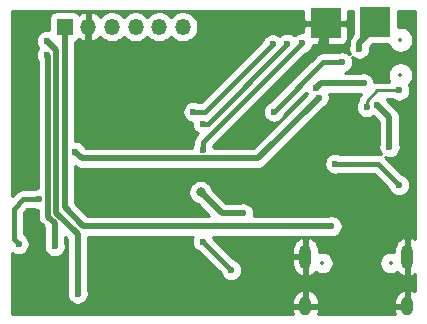
<source format=gbr>
%TF.GenerationSoftware,KiCad,Pcbnew,(5.1.8)-1*%
%TF.CreationDate,2021-10-10T15:44:20+08:00*%
%TF.ProjectId,wifiaudio,77696669-6175-4646-996f-2e6b69636164,rev?*%
%TF.SameCoordinates,Original*%
%TF.FileFunction,Copper,L2,Bot*%
%TF.FilePolarity,Positive*%
%FSLAX46Y46*%
G04 Gerber Fmt 4.6, Leading zero omitted, Abs format (unit mm)*
G04 Created by KiCad (PCBNEW (5.1.8)-1) date 2021-10-10 15:44:20*
%MOMM*%
%LPD*%
G01*
G04 APERTURE LIST*
%TA.AperFunction,ComponentPad*%
%ADD10O,1.350000X1.350000*%
%TD*%
%TA.AperFunction,ComponentPad*%
%ADD11R,1.350000X1.350000*%
%TD*%
%TA.AperFunction,SMDPad,CuDef*%
%ADD12R,2.500000X2.500000*%
%TD*%
%TA.AperFunction,ComponentPad*%
%ADD13O,1.000000X2.100000*%
%TD*%
%TA.AperFunction,ComponentPad*%
%ADD14O,1.000000X1.600000*%
%TD*%
%TA.AperFunction,ViaPad*%
%ADD15C,0.600000*%
%TD*%
%TA.AperFunction,ViaPad*%
%ADD16C,0.800000*%
%TD*%
%TA.AperFunction,Conductor*%
%ADD17C,0.500000*%
%TD*%
%TA.AperFunction,Conductor*%
%ADD18C,0.400000*%
%TD*%
%TA.AperFunction,Conductor*%
%ADD19C,0.250000*%
%TD*%
%TA.AperFunction,Conductor*%
%ADD20C,0.254000*%
%TD*%
%TA.AperFunction,Conductor*%
%ADD21C,0.350000*%
%TD*%
%ADD22C,0.300000*%
%ADD23C,0.350000*%
%ADD24O,0.600000X1.700000*%
%ADD25O,0.600000X1.200000*%
G04 APERTURE END LIST*
D10*
%TO.P,J5,6*%
%TO.N,/TXD*%
X115100000Y-85000000D03*
%TO.P,J5,5*%
%TO.N,/RXD*%
X113100000Y-85000000D03*
%TO.P,J5,4*%
%TO.N,/IO0*%
X111100000Y-85000000D03*
%TO.P,J5,3*%
%TO.N,/EN*%
X109100000Y-85000000D03*
%TO.P,J5,2*%
%TO.N,GND*%
X107100000Y-85000000D03*
D11*
%TO.P,J5,1*%
%TO.N,+5V*%
X105100000Y-85000000D03*
%TD*%
D12*
%TO.P,J3,1*%
%TO.N,GND*%
X127200000Y-84700000D03*
%TD*%
%TO.P,J2,1*%
%TO.N,BAT+*%
X131400000Y-84600000D03*
%TD*%
D13*
%TO.P,J1,S1*%
%TO.N,GND*%
X134120000Y-104470000D03*
X125480000Y-104470000D03*
D14*
X125480000Y-108650000D03*
X134120000Y-108650000D03*
%TD*%
D15*
%TO.N,GND*%
X133050013Y-102149997D03*
X131200000Y-99799992D03*
X103456114Y-107340328D03*
X103145004Y-101854996D03*
X114000000Y-105800000D03*
X107600000Y-107400000D03*
X126800000Y-86500000D03*
X120400000Y-86800000D03*
X107200000Y-88400000D03*
%TO.N,+3V3*%
X128600008Y-88000000D03*
X122800000Y-92200042D03*
X106200000Y-107600000D03*
X103600000Y-86200000D03*
%TO.N,+5V*%
X127687500Y-101887500D03*
%TO.N,BAT+*%
X132600000Y-95200000D03*
X131519812Y-91600000D03*
X130049976Y-86849976D03*
%TO.N,Net-(C1-Pad1)*%
X128000000Y-96600000D03*
X133400000Y-98400000D03*
%TO.N,Net-(D2-Pad1)*%
X130662026Y-91800000D03*
X133400002Y-90400000D03*
%TO.N,/DIN*%
X116000000Y-92200000D03*
X122699999Y-86499999D03*
%TO.N,/WS*%
X123949993Y-86450007D03*
X116800000Y-93200000D03*
%TO.N,/BCK*%
X125200000Y-86400000D03*
X116800000Y-95400000D03*
%TO.N,/EN*%
X104249990Y-103600000D03*
X103600000Y-87400000D03*
%TO.N,/IO0*%
X120200000Y-100800012D03*
D16*
X116600000Y-99000000D03*
D15*
%TO.N,/ADC*%
X106000000Y-95600000D03*
X126599994Y-91000000D03*
%TO.N,Net-(R9-Pad2)*%
X130399994Y-89799994D03*
X126405018Y-90200000D03*
%TO.N,Net-(R10-Pad2)*%
X102900018Y-99600000D03*
X101200000Y-103400000D03*
%TO.N,Net-(J6-Pad1)*%
X116800000Y-103200000D03*
X119200000Y-105600000D03*
%TD*%
D17*
%TO.N,GND*%
X133050013Y-102149997D02*
X131200000Y-100299984D01*
X131200000Y-100299984D02*
X131200000Y-99799992D01*
D18*
X102800000Y-102200000D02*
X103145004Y-101854996D01*
X102800000Y-106684214D02*
X102800000Y-102200000D01*
X103456114Y-107340328D02*
X102800000Y-106684214D01*
X126800000Y-85100000D02*
X127200000Y-84700000D01*
X126800000Y-86500000D02*
X126800000Y-85100000D01*
D17*
X107100000Y-88300000D02*
X107200000Y-88400000D01*
X107100000Y-85000000D02*
X107100000Y-88300000D01*
D18*
%TO.N,+3V3*%
X127000042Y-88000000D02*
X122800000Y-92200042D01*
X128600008Y-88000000D02*
X127000042Y-88000000D01*
D17*
X106200000Y-102589965D02*
X106200000Y-107600000D01*
X104399989Y-86999989D02*
X104399989Y-100789954D01*
X104399989Y-100789954D02*
X106200000Y-102589965D01*
X103600000Y-86200000D02*
X104399989Y-86999989D01*
%TO.N,+5V*%
X106687500Y-101887500D02*
X127687500Y-101887500D01*
X105100000Y-100300000D02*
X106687500Y-101887500D01*
X105100000Y-85000000D02*
X105100000Y-100300000D01*
%TO.N,BAT+*%
X132600000Y-95200000D02*
X132600000Y-92680188D01*
X132600000Y-92680188D02*
X131519812Y-91600000D01*
X131000000Y-85400000D02*
X130049976Y-86350024D01*
X130049976Y-86350024D02*
X130049976Y-86849976D01*
D18*
%TO.N,Net-(C1-Pad1)*%
X128000000Y-96600000D02*
X131600000Y-96600000D01*
X131600000Y-96600000D02*
X133400000Y-98400000D01*
D19*
%TO.N,Net-(D2-Pad1)*%
X130662026Y-91800000D02*
X130662026Y-91313710D01*
X130662026Y-91313710D02*
X131575736Y-90400000D01*
X131575736Y-90400000D02*
X133400002Y-90400000D01*
D18*
%TO.N,/DIN*%
X116000000Y-92200000D02*
X116999998Y-92200000D01*
X116999998Y-92200000D02*
X122699999Y-86499999D01*
%TO.N,/WS*%
X117200000Y-93200000D02*
X116800000Y-93200000D01*
X123949993Y-86450007D02*
X117200000Y-93200000D01*
%TO.N,/BCK*%
X125200000Y-86400000D02*
X116800000Y-94800000D01*
X116800000Y-94800000D02*
X116800000Y-95400000D01*
D17*
%TO.N,/EN*%
X104249990Y-103600000D02*
X104249990Y-101629919D01*
X104249990Y-101629919D02*
X103699978Y-101079908D01*
X103699978Y-101079908D02*
X103699978Y-87499978D01*
X103699978Y-87499978D02*
X103600000Y-87400000D01*
%TO.N,/IO0*%
X120200000Y-100800012D02*
X118400012Y-100800012D01*
X118400012Y-100800012D02*
X116600000Y-99000000D01*
%TO.N,/ADC*%
X106000000Y-95600000D02*
X106550001Y-96150001D01*
X106550001Y-96150001D02*
X121449993Y-96150001D01*
X121449993Y-96150001D02*
X126599994Y-91000000D01*
%TO.N,Net-(R9-Pad2)*%
X130399994Y-89799994D02*
X126805024Y-89799994D01*
X126805024Y-89799994D02*
X126405018Y-90200000D01*
D18*
%TO.N,Net-(R10-Pad2)*%
X100800000Y-103000000D02*
X101200000Y-103400000D01*
X100800000Y-100400000D02*
X100800000Y-103000000D01*
X101600000Y-99600000D02*
X100800000Y-100400000D01*
X102900018Y-99600000D02*
X101600000Y-99600000D01*
%TO.N,Net-(J6-Pad1)*%
X116800000Y-103200000D02*
X119200000Y-105600000D01*
%TD*%
D20*
%TO.N,GND*%
X134740000Y-102967411D02*
X134644976Y-102905724D01*
X134421874Y-102825881D01*
X134247000Y-102952046D01*
X134247000Y-104343000D01*
X134267000Y-104343000D01*
X134267000Y-104597000D01*
X134247000Y-104597000D01*
X134247000Y-105987954D01*
X134421874Y-106114119D01*
X134644976Y-106034276D01*
X134740000Y-105972589D01*
X134740000Y-107397411D01*
X134644976Y-107335724D01*
X134421874Y-107255881D01*
X134247000Y-107382046D01*
X134247000Y-108523000D01*
X134267000Y-108523000D01*
X134267000Y-108777000D01*
X134247000Y-108777000D01*
X134247000Y-108797000D01*
X133993000Y-108797000D01*
X133993000Y-108777000D01*
X132985000Y-108777000D01*
X132985000Y-109077000D01*
X133031585Y-109295987D01*
X133050503Y-109340000D01*
X126549497Y-109340000D01*
X126568415Y-109295987D01*
X126615000Y-109077000D01*
X126615000Y-108777000D01*
X125607000Y-108777000D01*
X125607000Y-108797000D01*
X125353000Y-108797000D01*
X125353000Y-108777000D01*
X124345000Y-108777000D01*
X124345000Y-109077000D01*
X124391585Y-109295987D01*
X124410503Y-109340000D01*
X100660000Y-109340000D01*
X100660000Y-104163699D01*
X100757111Y-104228586D01*
X100927271Y-104299068D01*
X101107911Y-104335000D01*
X101292089Y-104335000D01*
X101472729Y-104299068D01*
X101642889Y-104228586D01*
X101796028Y-104126262D01*
X101926262Y-103996028D01*
X102028586Y-103842889D01*
X102099068Y-103672729D01*
X102135000Y-103492089D01*
X102135000Y-103307911D01*
X102099068Y-103127271D01*
X102028586Y-102957111D01*
X101926262Y-102803972D01*
X101796028Y-102673738D01*
X101642889Y-102571414D01*
X101635000Y-102568146D01*
X101635000Y-100745868D01*
X101945868Y-100435000D01*
X102472614Y-100435000D01*
X102627289Y-100499068D01*
X102807929Y-100535000D01*
X102814978Y-100535000D01*
X102814978Y-101036439D01*
X102810697Y-101079908D01*
X102814978Y-101123374D01*
X102814978Y-101123384D01*
X102827783Y-101253397D01*
X102878389Y-101420220D01*
X102960567Y-101573966D01*
X103071161Y-101708725D01*
X103104935Y-101736443D01*
X103364991Y-101996498D01*
X103364990Y-103293307D01*
X103350922Y-103327271D01*
X103314990Y-103507911D01*
X103314990Y-103692089D01*
X103350922Y-103872729D01*
X103421404Y-104042889D01*
X103523728Y-104196028D01*
X103653962Y-104326262D01*
X103807101Y-104428586D01*
X103977261Y-104499068D01*
X104157901Y-104535000D01*
X104342079Y-104535000D01*
X104522719Y-104499068D01*
X104692879Y-104428586D01*
X104846018Y-104326262D01*
X104976252Y-104196028D01*
X105078576Y-104042889D01*
X105149058Y-103872729D01*
X105184990Y-103692089D01*
X105184990Y-103507911D01*
X105149058Y-103327271D01*
X105134990Y-103293308D01*
X105134990Y-102776534D01*
X105315000Y-102956544D01*
X105315001Y-107293305D01*
X105300932Y-107327271D01*
X105265000Y-107507911D01*
X105265000Y-107692089D01*
X105300932Y-107872729D01*
X105371414Y-108042889D01*
X105473738Y-108196028D01*
X105603972Y-108326262D01*
X105757111Y-108428586D01*
X105927271Y-108499068D01*
X106107911Y-108535000D01*
X106292089Y-108535000D01*
X106472729Y-108499068D01*
X106642889Y-108428586D01*
X106796028Y-108326262D01*
X106899290Y-108223000D01*
X124345000Y-108223000D01*
X124345000Y-108523000D01*
X125353000Y-108523000D01*
X125353000Y-107382046D01*
X125607000Y-107382046D01*
X125607000Y-108523000D01*
X126615000Y-108523000D01*
X126615000Y-108223000D01*
X132985000Y-108223000D01*
X132985000Y-108523000D01*
X133993000Y-108523000D01*
X133993000Y-107382046D01*
X133818126Y-107255881D01*
X133595024Y-107335724D01*
X133407236Y-107457631D01*
X133246839Y-107613831D01*
X133119997Y-107798322D01*
X133031585Y-108004013D01*
X132985000Y-108223000D01*
X126615000Y-108223000D01*
X126568415Y-108004013D01*
X126480003Y-107798322D01*
X126353161Y-107613831D01*
X126192764Y-107457631D01*
X126004976Y-107335724D01*
X125781874Y-107255881D01*
X125607000Y-107382046D01*
X125353000Y-107382046D01*
X125178126Y-107255881D01*
X124955024Y-107335724D01*
X124767236Y-107457631D01*
X124606839Y-107613831D01*
X124479997Y-107798322D01*
X124391585Y-108004013D01*
X124345000Y-108223000D01*
X106899290Y-108223000D01*
X106926262Y-108196028D01*
X107028586Y-108042889D01*
X107099068Y-107872729D01*
X107135000Y-107692089D01*
X107135000Y-107507911D01*
X107099068Y-107327271D01*
X107085000Y-107293308D01*
X107085000Y-102772500D01*
X115965040Y-102772500D01*
X115900932Y-102927271D01*
X115865000Y-103107911D01*
X115865000Y-103292089D01*
X115900932Y-103472729D01*
X115971414Y-103642889D01*
X116073738Y-103796028D01*
X116203972Y-103926262D01*
X116357111Y-104028586D01*
X116511787Y-104092654D01*
X118307347Y-105888215D01*
X118371414Y-106042889D01*
X118473738Y-106196028D01*
X118603972Y-106326262D01*
X118757111Y-106428586D01*
X118927271Y-106499068D01*
X119107911Y-106535000D01*
X119292089Y-106535000D01*
X119472729Y-106499068D01*
X119642889Y-106428586D01*
X119796028Y-106326262D01*
X119926262Y-106196028D01*
X120028586Y-106042889D01*
X120099068Y-105872729D01*
X120135000Y-105692089D01*
X120135000Y-105507911D01*
X120099068Y-105327271D01*
X120028586Y-105157111D01*
X119926262Y-105003972D01*
X119796028Y-104873738D01*
X119642889Y-104771414D01*
X119488215Y-104707347D01*
X119377868Y-104597000D01*
X124345000Y-104597000D01*
X124345000Y-105147000D01*
X124391585Y-105365987D01*
X124479997Y-105571678D01*
X124606839Y-105756169D01*
X124767236Y-105912369D01*
X124955024Y-106034276D01*
X125178126Y-106114119D01*
X125353000Y-105987954D01*
X125353000Y-104597000D01*
X124345000Y-104597000D01*
X119377868Y-104597000D01*
X118573868Y-103793000D01*
X124345000Y-103793000D01*
X124345000Y-104343000D01*
X125353000Y-104343000D01*
X125353000Y-102952046D01*
X125607000Y-102952046D01*
X125607000Y-104343000D01*
X125627000Y-104343000D01*
X125627000Y-104597000D01*
X125607000Y-104597000D01*
X125607000Y-105987954D01*
X125781874Y-106114119D01*
X126004976Y-106034276D01*
X126192764Y-105912369D01*
X126337116Y-105771794D01*
X126455269Y-105850741D01*
X126629978Y-105923108D01*
X126815448Y-105960000D01*
X127004552Y-105960000D01*
X127190022Y-105923108D01*
X127364731Y-105850741D01*
X127521964Y-105745681D01*
X127655681Y-105611964D01*
X127760741Y-105454731D01*
X127833108Y-105280022D01*
X127870000Y-105094552D01*
X127870000Y-104905448D01*
X131730000Y-104905448D01*
X131730000Y-105094552D01*
X131766892Y-105280022D01*
X131839259Y-105454731D01*
X131944319Y-105611964D01*
X132078036Y-105745681D01*
X132235269Y-105850741D01*
X132409978Y-105923108D01*
X132595448Y-105960000D01*
X132784552Y-105960000D01*
X132970022Y-105923108D01*
X133144731Y-105850741D01*
X133262884Y-105771794D01*
X133407236Y-105912369D01*
X133595024Y-106034276D01*
X133818126Y-106114119D01*
X133993000Y-105987954D01*
X133993000Y-104597000D01*
X133973000Y-104597000D01*
X133973000Y-104343000D01*
X133993000Y-104343000D01*
X133993000Y-102952046D01*
X133818126Y-102825881D01*
X133595024Y-102905724D01*
X133407236Y-103027631D01*
X133246839Y-103183831D01*
X133119997Y-103368322D01*
X133031585Y-103574013D01*
X132985000Y-103793000D01*
X132985000Y-104083096D01*
X132970022Y-104076892D01*
X132784552Y-104040000D01*
X132595448Y-104040000D01*
X132409978Y-104076892D01*
X132235269Y-104149259D01*
X132078036Y-104254319D01*
X131944319Y-104388036D01*
X131839259Y-104545269D01*
X131766892Y-104719978D01*
X131730000Y-104905448D01*
X127870000Y-104905448D01*
X127833108Y-104719978D01*
X127760741Y-104545269D01*
X127655681Y-104388036D01*
X127521964Y-104254319D01*
X127364731Y-104149259D01*
X127190022Y-104076892D01*
X127004552Y-104040000D01*
X126815448Y-104040000D01*
X126629978Y-104076892D01*
X126615000Y-104083096D01*
X126615000Y-103793000D01*
X126568415Y-103574013D01*
X126480003Y-103368322D01*
X126353161Y-103183831D01*
X126192764Y-103027631D01*
X126004976Y-102905724D01*
X125781874Y-102825881D01*
X125607000Y-102952046D01*
X125353000Y-102952046D01*
X125178126Y-102825881D01*
X124955024Y-102905724D01*
X124767236Y-103027631D01*
X124606839Y-103183831D01*
X124479997Y-103368322D01*
X124391585Y-103574013D01*
X124345000Y-103793000D01*
X118573868Y-103793000D01*
X117692654Y-102911787D01*
X117634960Y-102772500D01*
X127380808Y-102772500D01*
X127414771Y-102786568D01*
X127595411Y-102822500D01*
X127779589Y-102822500D01*
X127960229Y-102786568D01*
X128130389Y-102716086D01*
X128283528Y-102613762D01*
X128413762Y-102483528D01*
X128516086Y-102330389D01*
X128586568Y-102160229D01*
X128622500Y-101979589D01*
X128622500Y-101795411D01*
X128586568Y-101614771D01*
X128516086Y-101444611D01*
X128413762Y-101291472D01*
X128283528Y-101161238D01*
X128130389Y-101058914D01*
X127960229Y-100988432D01*
X127779589Y-100952500D01*
X127595411Y-100952500D01*
X127414771Y-100988432D01*
X127380808Y-101002500D01*
X121113040Y-101002500D01*
X121135000Y-100892101D01*
X121135000Y-100707923D01*
X121099068Y-100527283D01*
X121028586Y-100357123D01*
X120926262Y-100203984D01*
X120796028Y-100073750D01*
X120642889Y-99971426D01*
X120472729Y-99900944D01*
X120292089Y-99865012D01*
X120107911Y-99865012D01*
X119927271Y-99900944D01*
X119893308Y-99915012D01*
X118766591Y-99915012D01*
X117606535Y-98754957D01*
X117595226Y-98698102D01*
X117517205Y-98509744D01*
X117403937Y-98340226D01*
X117259774Y-98196063D01*
X117090256Y-98082795D01*
X116901898Y-98004774D01*
X116701939Y-97965000D01*
X116498061Y-97965000D01*
X116298102Y-98004774D01*
X116109744Y-98082795D01*
X115940226Y-98196063D01*
X115796063Y-98340226D01*
X115682795Y-98509744D01*
X115604774Y-98698102D01*
X115565000Y-98898061D01*
X115565000Y-99101939D01*
X115604774Y-99301898D01*
X115682795Y-99490256D01*
X115796063Y-99659774D01*
X115940226Y-99803937D01*
X116109744Y-99917205D01*
X116298102Y-99995226D01*
X116354957Y-100006535D01*
X117350921Y-101002500D01*
X107054079Y-101002500D01*
X105985000Y-99933422D01*
X105985000Y-96831191D01*
X106055942Y-96889412D01*
X106209688Y-96971590D01*
X106376511Y-97022196D01*
X106506524Y-97035001D01*
X106506532Y-97035001D01*
X106550001Y-97039282D01*
X106593470Y-97035001D01*
X121406524Y-97035001D01*
X121449993Y-97039282D01*
X121493462Y-97035001D01*
X121493470Y-97035001D01*
X121623483Y-97022196D01*
X121790306Y-96971590D01*
X121944052Y-96889412D01*
X122078810Y-96778818D01*
X122106527Y-96745045D01*
X127008919Y-91842654D01*
X127042883Y-91828586D01*
X127196022Y-91726262D01*
X127326256Y-91596028D01*
X127428580Y-91442889D01*
X127499062Y-91272729D01*
X127534994Y-91092089D01*
X127534994Y-90907911D01*
X127499062Y-90727271D01*
X127481550Y-90684994D01*
X130093302Y-90684994D01*
X130127265Y-90699062D01*
X130189495Y-90711440D01*
X130151024Y-90749911D01*
X130122026Y-90773709D01*
X130027052Y-90889434D01*
X129956480Y-91021463D01*
X129913023Y-91164724D01*
X129904557Y-91250676D01*
X129833440Y-91357111D01*
X129762958Y-91527271D01*
X129727026Y-91707911D01*
X129727026Y-91892089D01*
X129762958Y-92072729D01*
X129833440Y-92242889D01*
X129935764Y-92396028D01*
X130065998Y-92526262D01*
X130219137Y-92628586D01*
X130389297Y-92699068D01*
X130569937Y-92735000D01*
X130754115Y-92735000D01*
X130934755Y-92699068D01*
X131104915Y-92628586D01*
X131219954Y-92551720D01*
X131715001Y-93046768D01*
X131715000Y-94893307D01*
X131700932Y-94927271D01*
X131665000Y-95107911D01*
X131665000Y-95292089D01*
X131700932Y-95472729D01*
X131771414Y-95642889D01*
X131873738Y-95796028D01*
X131894461Y-95816751D01*
X131763689Y-95777082D01*
X131641019Y-95765000D01*
X131641018Y-95765000D01*
X131600000Y-95760960D01*
X131558982Y-95765000D01*
X128427404Y-95765000D01*
X128272729Y-95700932D01*
X128092089Y-95665000D01*
X127907911Y-95665000D01*
X127727271Y-95700932D01*
X127557111Y-95771414D01*
X127403972Y-95873738D01*
X127273738Y-96003972D01*
X127171414Y-96157111D01*
X127100932Y-96327271D01*
X127065000Y-96507911D01*
X127065000Y-96692089D01*
X127100932Y-96872729D01*
X127171414Y-97042889D01*
X127273738Y-97196028D01*
X127403972Y-97326262D01*
X127557111Y-97428586D01*
X127727271Y-97499068D01*
X127907911Y-97535000D01*
X128092089Y-97535000D01*
X128272729Y-97499068D01*
X128427404Y-97435000D01*
X131254133Y-97435000D01*
X132507346Y-98688214D01*
X132571414Y-98842889D01*
X132673738Y-98996028D01*
X132803972Y-99126262D01*
X132957111Y-99228586D01*
X133127271Y-99299068D01*
X133307911Y-99335000D01*
X133492089Y-99335000D01*
X133672729Y-99299068D01*
X133842889Y-99228586D01*
X133996028Y-99126262D01*
X134126262Y-98996028D01*
X134228586Y-98842889D01*
X134299068Y-98672729D01*
X134335000Y-98492089D01*
X134335000Y-98307911D01*
X134299068Y-98127271D01*
X134228586Y-97957111D01*
X134126262Y-97803972D01*
X133996028Y-97673738D01*
X133842889Y-97571414D01*
X133688214Y-97507346D01*
X132246464Y-96065597D01*
X132327271Y-96099068D01*
X132507911Y-96135000D01*
X132692089Y-96135000D01*
X132872729Y-96099068D01*
X133042889Y-96028586D01*
X133196028Y-95926262D01*
X133326262Y-95796028D01*
X133428586Y-95642889D01*
X133499068Y-95472729D01*
X133535000Y-95292089D01*
X133535000Y-95107911D01*
X133499068Y-94927271D01*
X133485000Y-94893308D01*
X133485000Y-92723657D01*
X133489281Y-92680188D01*
X133485000Y-92636719D01*
X133485000Y-92636711D01*
X133472195Y-92506698D01*
X133461903Y-92472771D01*
X133421589Y-92339874D01*
X133339411Y-92186129D01*
X133256532Y-92085141D01*
X133256530Y-92085139D01*
X133228817Y-92051371D01*
X133195049Y-92023658D01*
X132362467Y-91191077D01*
X132349595Y-91160000D01*
X132854467Y-91160000D01*
X132957113Y-91228586D01*
X133127273Y-91299068D01*
X133307913Y-91335000D01*
X133492091Y-91335000D01*
X133672731Y-91299068D01*
X133842891Y-91228586D01*
X133996030Y-91126262D01*
X134126264Y-90996028D01*
X134228588Y-90842889D01*
X134299070Y-90672729D01*
X134335002Y-90492089D01*
X134335002Y-90307911D01*
X134299070Y-90127271D01*
X134228588Y-89957111D01*
X134219823Y-89943994D01*
X134221647Y-89942775D01*
X134372775Y-89791647D01*
X134491515Y-89613940D01*
X134573304Y-89416483D01*
X134615000Y-89206863D01*
X134615000Y-88993137D01*
X134573304Y-88783517D01*
X134491515Y-88586060D01*
X134372775Y-88408353D01*
X134221647Y-88257225D01*
X134043940Y-88138485D01*
X133846483Y-88056696D01*
X133636863Y-88015000D01*
X133423137Y-88015000D01*
X133213517Y-88056696D01*
X133016060Y-88138485D01*
X132838353Y-88257225D01*
X132687225Y-88408353D01*
X132568485Y-88586060D01*
X132486696Y-88783517D01*
X132445000Y-88993137D01*
X132445000Y-89206863D01*
X132486696Y-89416483D01*
X132568485Y-89613940D01*
X132585898Y-89640000D01*
X131613058Y-89640000D01*
X131575735Y-89636324D01*
X131538412Y-89640000D01*
X131538403Y-89640000D01*
X131426750Y-89650997D01*
X131329540Y-89680485D01*
X131299062Y-89527265D01*
X131228580Y-89357105D01*
X131126256Y-89203966D01*
X130996022Y-89073732D01*
X130842883Y-88971408D01*
X130672723Y-88900926D01*
X130492083Y-88864994D01*
X130307905Y-88864994D01*
X130127265Y-88900926D01*
X130093302Y-88914994D01*
X128792673Y-88914994D01*
X128872737Y-88899068D01*
X129042897Y-88828586D01*
X129196036Y-88726262D01*
X129326270Y-88596028D01*
X129428594Y-88442889D01*
X129499076Y-88272729D01*
X129535008Y-88092089D01*
X129535008Y-87907911D01*
X129499076Y-87727271D01*
X129428594Y-87557111D01*
X129416055Y-87538345D01*
X129453948Y-87576238D01*
X129607087Y-87678562D01*
X129777247Y-87749044D01*
X129957887Y-87784976D01*
X130142065Y-87784976D01*
X130322705Y-87749044D01*
X130492865Y-87678562D01*
X130646004Y-87576238D01*
X130776238Y-87446004D01*
X130878562Y-87292865D01*
X130949044Y-87122705D01*
X130984976Y-86942065D01*
X130984976Y-86757887D01*
X130969831Y-86681748D01*
X131163507Y-86488072D01*
X132516349Y-86488072D01*
X132568485Y-86613940D01*
X132687225Y-86791647D01*
X132838353Y-86942775D01*
X133016060Y-87061515D01*
X133213517Y-87143304D01*
X133423137Y-87185000D01*
X133636863Y-87185000D01*
X133846483Y-87143304D01*
X134043940Y-87061515D01*
X134221647Y-86942775D01*
X134372775Y-86791647D01*
X134491515Y-86613940D01*
X134573304Y-86416483D01*
X134615000Y-86206863D01*
X134615000Y-85993137D01*
X134573304Y-85783517D01*
X134491515Y-85586060D01*
X134372775Y-85408353D01*
X134221647Y-85257225D01*
X134043940Y-85138485D01*
X133846483Y-85056696D01*
X133636863Y-85015000D01*
X133423137Y-85015000D01*
X133288072Y-85041866D01*
X133288072Y-83660000D01*
X134740001Y-83660000D01*
X134740000Y-102967411D01*
%TA.AperFunction,Conductor*%
D21*
G36*
X134740000Y-102967411D02*
G01*
X134644976Y-102905724D01*
X134421874Y-102825881D01*
X134247000Y-102952046D01*
X134247000Y-104343000D01*
X134267000Y-104343000D01*
X134267000Y-104597000D01*
X134247000Y-104597000D01*
X134247000Y-105987954D01*
X134421874Y-106114119D01*
X134644976Y-106034276D01*
X134740000Y-105972589D01*
X134740000Y-107397411D01*
X134644976Y-107335724D01*
X134421874Y-107255881D01*
X134247000Y-107382046D01*
X134247000Y-108523000D01*
X134267000Y-108523000D01*
X134267000Y-108777000D01*
X134247000Y-108777000D01*
X134247000Y-108797000D01*
X133993000Y-108797000D01*
X133993000Y-108777000D01*
X132985000Y-108777000D01*
X132985000Y-109077000D01*
X133031585Y-109295987D01*
X133050503Y-109340000D01*
X126549497Y-109340000D01*
X126568415Y-109295987D01*
X126615000Y-109077000D01*
X126615000Y-108777000D01*
X125607000Y-108777000D01*
X125607000Y-108797000D01*
X125353000Y-108797000D01*
X125353000Y-108777000D01*
X124345000Y-108777000D01*
X124345000Y-109077000D01*
X124391585Y-109295987D01*
X124410503Y-109340000D01*
X100660000Y-109340000D01*
X100660000Y-104163699D01*
X100757111Y-104228586D01*
X100927271Y-104299068D01*
X101107911Y-104335000D01*
X101292089Y-104335000D01*
X101472729Y-104299068D01*
X101642889Y-104228586D01*
X101796028Y-104126262D01*
X101926262Y-103996028D01*
X102028586Y-103842889D01*
X102099068Y-103672729D01*
X102135000Y-103492089D01*
X102135000Y-103307911D01*
X102099068Y-103127271D01*
X102028586Y-102957111D01*
X101926262Y-102803972D01*
X101796028Y-102673738D01*
X101642889Y-102571414D01*
X101635000Y-102568146D01*
X101635000Y-100745868D01*
X101945868Y-100435000D01*
X102472614Y-100435000D01*
X102627289Y-100499068D01*
X102807929Y-100535000D01*
X102814978Y-100535000D01*
X102814978Y-101036439D01*
X102810697Y-101079908D01*
X102814978Y-101123374D01*
X102814978Y-101123384D01*
X102827783Y-101253397D01*
X102878389Y-101420220D01*
X102960567Y-101573966D01*
X103071161Y-101708725D01*
X103104935Y-101736443D01*
X103364991Y-101996498D01*
X103364990Y-103293307D01*
X103350922Y-103327271D01*
X103314990Y-103507911D01*
X103314990Y-103692089D01*
X103350922Y-103872729D01*
X103421404Y-104042889D01*
X103523728Y-104196028D01*
X103653962Y-104326262D01*
X103807101Y-104428586D01*
X103977261Y-104499068D01*
X104157901Y-104535000D01*
X104342079Y-104535000D01*
X104522719Y-104499068D01*
X104692879Y-104428586D01*
X104846018Y-104326262D01*
X104976252Y-104196028D01*
X105078576Y-104042889D01*
X105149058Y-103872729D01*
X105184990Y-103692089D01*
X105184990Y-103507911D01*
X105149058Y-103327271D01*
X105134990Y-103293308D01*
X105134990Y-102776534D01*
X105315000Y-102956544D01*
X105315001Y-107293305D01*
X105300932Y-107327271D01*
X105265000Y-107507911D01*
X105265000Y-107692089D01*
X105300932Y-107872729D01*
X105371414Y-108042889D01*
X105473738Y-108196028D01*
X105603972Y-108326262D01*
X105757111Y-108428586D01*
X105927271Y-108499068D01*
X106107911Y-108535000D01*
X106292089Y-108535000D01*
X106472729Y-108499068D01*
X106642889Y-108428586D01*
X106796028Y-108326262D01*
X106899290Y-108223000D01*
X124345000Y-108223000D01*
X124345000Y-108523000D01*
X125353000Y-108523000D01*
X125353000Y-107382046D01*
X125607000Y-107382046D01*
X125607000Y-108523000D01*
X126615000Y-108523000D01*
X126615000Y-108223000D01*
X132985000Y-108223000D01*
X132985000Y-108523000D01*
X133993000Y-108523000D01*
X133993000Y-107382046D01*
X133818126Y-107255881D01*
X133595024Y-107335724D01*
X133407236Y-107457631D01*
X133246839Y-107613831D01*
X133119997Y-107798322D01*
X133031585Y-108004013D01*
X132985000Y-108223000D01*
X126615000Y-108223000D01*
X126568415Y-108004013D01*
X126480003Y-107798322D01*
X126353161Y-107613831D01*
X126192764Y-107457631D01*
X126004976Y-107335724D01*
X125781874Y-107255881D01*
X125607000Y-107382046D01*
X125353000Y-107382046D01*
X125178126Y-107255881D01*
X124955024Y-107335724D01*
X124767236Y-107457631D01*
X124606839Y-107613831D01*
X124479997Y-107798322D01*
X124391585Y-108004013D01*
X124345000Y-108223000D01*
X106899290Y-108223000D01*
X106926262Y-108196028D01*
X107028586Y-108042889D01*
X107099068Y-107872729D01*
X107135000Y-107692089D01*
X107135000Y-107507911D01*
X107099068Y-107327271D01*
X107085000Y-107293308D01*
X107085000Y-102772500D01*
X115965040Y-102772500D01*
X115900932Y-102927271D01*
X115865000Y-103107911D01*
X115865000Y-103292089D01*
X115900932Y-103472729D01*
X115971414Y-103642889D01*
X116073738Y-103796028D01*
X116203972Y-103926262D01*
X116357111Y-104028586D01*
X116511787Y-104092654D01*
X118307347Y-105888215D01*
X118371414Y-106042889D01*
X118473738Y-106196028D01*
X118603972Y-106326262D01*
X118757111Y-106428586D01*
X118927271Y-106499068D01*
X119107911Y-106535000D01*
X119292089Y-106535000D01*
X119472729Y-106499068D01*
X119642889Y-106428586D01*
X119796028Y-106326262D01*
X119926262Y-106196028D01*
X120028586Y-106042889D01*
X120099068Y-105872729D01*
X120135000Y-105692089D01*
X120135000Y-105507911D01*
X120099068Y-105327271D01*
X120028586Y-105157111D01*
X119926262Y-105003972D01*
X119796028Y-104873738D01*
X119642889Y-104771414D01*
X119488215Y-104707347D01*
X119377868Y-104597000D01*
X124345000Y-104597000D01*
X124345000Y-105147000D01*
X124391585Y-105365987D01*
X124479997Y-105571678D01*
X124606839Y-105756169D01*
X124767236Y-105912369D01*
X124955024Y-106034276D01*
X125178126Y-106114119D01*
X125353000Y-105987954D01*
X125353000Y-104597000D01*
X124345000Y-104597000D01*
X119377868Y-104597000D01*
X118573868Y-103793000D01*
X124345000Y-103793000D01*
X124345000Y-104343000D01*
X125353000Y-104343000D01*
X125353000Y-102952046D01*
X125607000Y-102952046D01*
X125607000Y-104343000D01*
X125627000Y-104343000D01*
X125627000Y-104597000D01*
X125607000Y-104597000D01*
X125607000Y-105987954D01*
X125781874Y-106114119D01*
X126004976Y-106034276D01*
X126192764Y-105912369D01*
X126337116Y-105771794D01*
X126455269Y-105850741D01*
X126629978Y-105923108D01*
X126815448Y-105960000D01*
X127004552Y-105960000D01*
X127190022Y-105923108D01*
X127364731Y-105850741D01*
X127521964Y-105745681D01*
X127655681Y-105611964D01*
X127760741Y-105454731D01*
X127833108Y-105280022D01*
X127870000Y-105094552D01*
X127870000Y-104905448D01*
X131730000Y-104905448D01*
X131730000Y-105094552D01*
X131766892Y-105280022D01*
X131839259Y-105454731D01*
X131944319Y-105611964D01*
X132078036Y-105745681D01*
X132235269Y-105850741D01*
X132409978Y-105923108D01*
X132595448Y-105960000D01*
X132784552Y-105960000D01*
X132970022Y-105923108D01*
X133144731Y-105850741D01*
X133262884Y-105771794D01*
X133407236Y-105912369D01*
X133595024Y-106034276D01*
X133818126Y-106114119D01*
X133993000Y-105987954D01*
X133993000Y-104597000D01*
X133973000Y-104597000D01*
X133973000Y-104343000D01*
X133993000Y-104343000D01*
X133993000Y-102952046D01*
X133818126Y-102825881D01*
X133595024Y-102905724D01*
X133407236Y-103027631D01*
X133246839Y-103183831D01*
X133119997Y-103368322D01*
X133031585Y-103574013D01*
X132985000Y-103793000D01*
X132985000Y-104083096D01*
X132970022Y-104076892D01*
X132784552Y-104040000D01*
X132595448Y-104040000D01*
X132409978Y-104076892D01*
X132235269Y-104149259D01*
X132078036Y-104254319D01*
X131944319Y-104388036D01*
X131839259Y-104545269D01*
X131766892Y-104719978D01*
X131730000Y-104905448D01*
X127870000Y-104905448D01*
X127833108Y-104719978D01*
X127760741Y-104545269D01*
X127655681Y-104388036D01*
X127521964Y-104254319D01*
X127364731Y-104149259D01*
X127190022Y-104076892D01*
X127004552Y-104040000D01*
X126815448Y-104040000D01*
X126629978Y-104076892D01*
X126615000Y-104083096D01*
X126615000Y-103793000D01*
X126568415Y-103574013D01*
X126480003Y-103368322D01*
X126353161Y-103183831D01*
X126192764Y-103027631D01*
X126004976Y-102905724D01*
X125781874Y-102825881D01*
X125607000Y-102952046D01*
X125353000Y-102952046D01*
X125178126Y-102825881D01*
X124955024Y-102905724D01*
X124767236Y-103027631D01*
X124606839Y-103183831D01*
X124479997Y-103368322D01*
X124391585Y-103574013D01*
X124345000Y-103793000D01*
X118573868Y-103793000D01*
X117692654Y-102911787D01*
X117634960Y-102772500D01*
X127380808Y-102772500D01*
X127414771Y-102786568D01*
X127595411Y-102822500D01*
X127779589Y-102822500D01*
X127960229Y-102786568D01*
X128130389Y-102716086D01*
X128283528Y-102613762D01*
X128413762Y-102483528D01*
X128516086Y-102330389D01*
X128586568Y-102160229D01*
X128622500Y-101979589D01*
X128622500Y-101795411D01*
X128586568Y-101614771D01*
X128516086Y-101444611D01*
X128413762Y-101291472D01*
X128283528Y-101161238D01*
X128130389Y-101058914D01*
X127960229Y-100988432D01*
X127779589Y-100952500D01*
X127595411Y-100952500D01*
X127414771Y-100988432D01*
X127380808Y-101002500D01*
X121113040Y-101002500D01*
X121135000Y-100892101D01*
X121135000Y-100707923D01*
X121099068Y-100527283D01*
X121028586Y-100357123D01*
X120926262Y-100203984D01*
X120796028Y-100073750D01*
X120642889Y-99971426D01*
X120472729Y-99900944D01*
X120292089Y-99865012D01*
X120107911Y-99865012D01*
X119927271Y-99900944D01*
X119893308Y-99915012D01*
X118766591Y-99915012D01*
X117606535Y-98754957D01*
X117595226Y-98698102D01*
X117517205Y-98509744D01*
X117403937Y-98340226D01*
X117259774Y-98196063D01*
X117090256Y-98082795D01*
X116901898Y-98004774D01*
X116701939Y-97965000D01*
X116498061Y-97965000D01*
X116298102Y-98004774D01*
X116109744Y-98082795D01*
X115940226Y-98196063D01*
X115796063Y-98340226D01*
X115682795Y-98509744D01*
X115604774Y-98698102D01*
X115565000Y-98898061D01*
X115565000Y-99101939D01*
X115604774Y-99301898D01*
X115682795Y-99490256D01*
X115796063Y-99659774D01*
X115940226Y-99803937D01*
X116109744Y-99917205D01*
X116298102Y-99995226D01*
X116354957Y-100006535D01*
X117350921Y-101002500D01*
X107054079Y-101002500D01*
X105985000Y-99933422D01*
X105985000Y-96831191D01*
X106055942Y-96889412D01*
X106209688Y-96971590D01*
X106376511Y-97022196D01*
X106506524Y-97035001D01*
X106506532Y-97035001D01*
X106550001Y-97039282D01*
X106593470Y-97035001D01*
X121406524Y-97035001D01*
X121449993Y-97039282D01*
X121493462Y-97035001D01*
X121493470Y-97035001D01*
X121623483Y-97022196D01*
X121790306Y-96971590D01*
X121944052Y-96889412D01*
X122078810Y-96778818D01*
X122106527Y-96745045D01*
X127008919Y-91842654D01*
X127042883Y-91828586D01*
X127196022Y-91726262D01*
X127326256Y-91596028D01*
X127428580Y-91442889D01*
X127499062Y-91272729D01*
X127534994Y-91092089D01*
X127534994Y-90907911D01*
X127499062Y-90727271D01*
X127481550Y-90684994D01*
X130093302Y-90684994D01*
X130127265Y-90699062D01*
X130189495Y-90711440D01*
X130151024Y-90749911D01*
X130122026Y-90773709D01*
X130027052Y-90889434D01*
X129956480Y-91021463D01*
X129913023Y-91164724D01*
X129904557Y-91250676D01*
X129833440Y-91357111D01*
X129762958Y-91527271D01*
X129727026Y-91707911D01*
X129727026Y-91892089D01*
X129762958Y-92072729D01*
X129833440Y-92242889D01*
X129935764Y-92396028D01*
X130065998Y-92526262D01*
X130219137Y-92628586D01*
X130389297Y-92699068D01*
X130569937Y-92735000D01*
X130754115Y-92735000D01*
X130934755Y-92699068D01*
X131104915Y-92628586D01*
X131219954Y-92551720D01*
X131715001Y-93046768D01*
X131715000Y-94893307D01*
X131700932Y-94927271D01*
X131665000Y-95107911D01*
X131665000Y-95292089D01*
X131700932Y-95472729D01*
X131771414Y-95642889D01*
X131873738Y-95796028D01*
X131894461Y-95816751D01*
X131763689Y-95777082D01*
X131641019Y-95765000D01*
X131641018Y-95765000D01*
X131600000Y-95760960D01*
X131558982Y-95765000D01*
X128427404Y-95765000D01*
X128272729Y-95700932D01*
X128092089Y-95665000D01*
X127907911Y-95665000D01*
X127727271Y-95700932D01*
X127557111Y-95771414D01*
X127403972Y-95873738D01*
X127273738Y-96003972D01*
X127171414Y-96157111D01*
X127100932Y-96327271D01*
X127065000Y-96507911D01*
X127065000Y-96692089D01*
X127100932Y-96872729D01*
X127171414Y-97042889D01*
X127273738Y-97196028D01*
X127403972Y-97326262D01*
X127557111Y-97428586D01*
X127727271Y-97499068D01*
X127907911Y-97535000D01*
X128092089Y-97535000D01*
X128272729Y-97499068D01*
X128427404Y-97435000D01*
X131254133Y-97435000D01*
X132507346Y-98688214D01*
X132571414Y-98842889D01*
X132673738Y-98996028D01*
X132803972Y-99126262D01*
X132957111Y-99228586D01*
X133127271Y-99299068D01*
X133307911Y-99335000D01*
X133492089Y-99335000D01*
X133672729Y-99299068D01*
X133842889Y-99228586D01*
X133996028Y-99126262D01*
X134126262Y-98996028D01*
X134228586Y-98842889D01*
X134299068Y-98672729D01*
X134335000Y-98492089D01*
X134335000Y-98307911D01*
X134299068Y-98127271D01*
X134228586Y-97957111D01*
X134126262Y-97803972D01*
X133996028Y-97673738D01*
X133842889Y-97571414D01*
X133688214Y-97507346D01*
X132246464Y-96065597D01*
X132327271Y-96099068D01*
X132507911Y-96135000D01*
X132692089Y-96135000D01*
X132872729Y-96099068D01*
X133042889Y-96028586D01*
X133196028Y-95926262D01*
X133326262Y-95796028D01*
X133428586Y-95642889D01*
X133499068Y-95472729D01*
X133535000Y-95292089D01*
X133535000Y-95107911D01*
X133499068Y-94927271D01*
X133485000Y-94893308D01*
X133485000Y-92723657D01*
X133489281Y-92680188D01*
X133485000Y-92636719D01*
X133485000Y-92636711D01*
X133472195Y-92506698D01*
X133461903Y-92472771D01*
X133421589Y-92339874D01*
X133339411Y-92186129D01*
X133256532Y-92085141D01*
X133256530Y-92085139D01*
X133228817Y-92051371D01*
X133195049Y-92023658D01*
X132362467Y-91191077D01*
X132349595Y-91160000D01*
X132854467Y-91160000D01*
X132957113Y-91228586D01*
X133127273Y-91299068D01*
X133307913Y-91335000D01*
X133492091Y-91335000D01*
X133672731Y-91299068D01*
X133842891Y-91228586D01*
X133996030Y-91126262D01*
X134126264Y-90996028D01*
X134228588Y-90842889D01*
X134299070Y-90672729D01*
X134335002Y-90492089D01*
X134335002Y-90307911D01*
X134299070Y-90127271D01*
X134228588Y-89957111D01*
X134219823Y-89943994D01*
X134221647Y-89942775D01*
X134372775Y-89791647D01*
X134491515Y-89613940D01*
X134573304Y-89416483D01*
X134615000Y-89206863D01*
X134615000Y-88993137D01*
X134573304Y-88783517D01*
X134491515Y-88586060D01*
X134372775Y-88408353D01*
X134221647Y-88257225D01*
X134043940Y-88138485D01*
X133846483Y-88056696D01*
X133636863Y-88015000D01*
X133423137Y-88015000D01*
X133213517Y-88056696D01*
X133016060Y-88138485D01*
X132838353Y-88257225D01*
X132687225Y-88408353D01*
X132568485Y-88586060D01*
X132486696Y-88783517D01*
X132445000Y-88993137D01*
X132445000Y-89206863D01*
X132486696Y-89416483D01*
X132568485Y-89613940D01*
X132585898Y-89640000D01*
X131613058Y-89640000D01*
X131575735Y-89636324D01*
X131538412Y-89640000D01*
X131538403Y-89640000D01*
X131426750Y-89650997D01*
X131329540Y-89680485D01*
X131299062Y-89527265D01*
X131228580Y-89357105D01*
X131126256Y-89203966D01*
X130996022Y-89073732D01*
X130842883Y-88971408D01*
X130672723Y-88900926D01*
X130492083Y-88864994D01*
X130307905Y-88864994D01*
X130127265Y-88900926D01*
X130093302Y-88914994D01*
X128792673Y-88914994D01*
X128872737Y-88899068D01*
X129042897Y-88828586D01*
X129196036Y-88726262D01*
X129326270Y-88596028D01*
X129428594Y-88442889D01*
X129499076Y-88272729D01*
X129535008Y-88092089D01*
X129535008Y-87907911D01*
X129499076Y-87727271D01*
X129428594Y-87557111D01*
X129416055Y-87538345D01*
X129453948Y-87576238D01*
X129607087Y-87678562D01*
X129777247Y-87749044D01*
X129957887Y-87784976D01*
X130142065Y-87784976D01*
X130322705Y-87749044D01*
X130492865Y-87678562D01*
X130646004Y-87576238D01*
X130776238Y-87446004D01*
X130878562Y-87292865D01*
X130949044Y-87122705D01*
X130984976Y-86942065D01*
X130984976Y-86757887D01*
X130969831Y-86681748D01*
X131163507Y-86488072D01*
X132516349Y-86488072D01*
X132568485Y-86613940D01*
X132687225Y-86791647D01*
X132838353Y-86942775D01*
X133016060Y-87061515D01*
X133213517Y-87143304D01*
X133423137Y-87185000D01*
X133636863Y-87185000D01*
X133846483Y-87143304D01*
X134043940Y-87061515D01*
X134221647Y-86942775D01*
X134372775Y-86791647D01*
X134491515Y-86613940D01*
X134573304Y-86416483D01*
X134615000Y-86206863D01*
X134615000Y-85993137D01*
X134573304Y-85783517D01*
X134491515Y-85586060D01*
X134372775Y-85408353D01*
X134221647Y-85257225D01*
X134043940Y-85138485D01*
X133846483Y-85056696D01*
X133636863Y-85015000D01*
X133423137Y-85015000D01*
X133288072Y-85041866D01*
X133288072Y-83660000D01*
X134740001Y-83660000D01*
X134740000Y-102967411D01*
G37*
%TD.AperFunction*%
D20*
X125315000Y-84414250D02*
X125473750Y-84573000D01*
X127073000Y-84573000D01*
X127073000Y-84553000D01*
X127327000Y-84553000D01*
X127327000Y-84573000D01*
X128926250Y-84573000D01*
X129085000Y-84414250D01*
X129087403Y-83660000D01*
X129511928Y-83660000D01*
X129511928Y-85636494D01*
X129454932Y-85693490D01*
X129421159Y-85721207D01*
X129310565Y-85855966D01*
X129228387Y-86009712D01*
X129202764Y-86094180D01*
X129187583Y-86144224D01*
X129177781Y-86176535D01*
X129164976Y-86306548D01*
X129164976Y-86306555D01*
X129160695Y-86350024D01*
X129164976Y-86393493D01*
X129164976Y-86543284D01*
X129150908Y-86577247D01*
X129114976Y-86757887D01*
X129114976Y-86942065D01*
X129150908Y-87122705D01*
X129221390Y-87292865D01*
X129233929Y-87311631D01*
X129196036Y-87273738D01*
X129042897Y-87171414D01*
X128872737Y-87100932D01*
X128692097Y-87065000D01*
X128507919Y-87065000D01*
X128327279Y-87100932D01*
X128172604Y-87165000D01*
X127041049Y-87165000D01*
X127000041Y-87160961D01*
X126959033Y-87165000D01*
X126959023Y-87165000D01*
X126836353Y-87177082D01*
X126678955Y-87224828D01*
X126533896Y-87302364D01*
X126406751Y-87406709D01*
X126380601Y-87438573D01*
X122511787Y-91307387D01*
X122357111Y-91371456D01*
X122203972Y-91473780D01*
X122073738Y-91604014D01*
X121971414Y-91757153D01*
X121900932Y-91927313D01*
X121865000Y-92107953D01*
X121865000Y-92292131D01*
X121900932Y-92472771D01*
X121971414Y-92642931D01*
X122073738Y-92796070D01*
X122203972Y-92926304D01*
X122357111Y-93028628D01*
X122527271Y-93099110D01*
X122707911Y-93135042D01*
X122892089Y-93135042D01*
X123072729Y-93099110D01*
X123242889Y-93028628D01*
X123396028Y-92926304D01*
X123526262Y-92796070D01*
X123628586Y-92642931D01*
X123692655Y-92488255D01*
X125565182Y-90615728D01*
X125576432Y-90642889D01*
X125628140Y-90720275D01*
X121083415Y-95265001D01*
X117726465Y-95265001D01*
X117699068Y-95127271D01*
X117685750Y-95095117D01*
X125488216Y-87292653D01*
X125642889Y-87228586D01*
X125796028Y-87126262D01*
X125926262Y-86996028D01*
X126028586Y-86842889D01*
X126099068Y-86672729D01*
X126116013Y-86587543D01*
X126914250Y-86585000D01*
X127073000Y-86426250D01*
X127073000Y-84827000D01*
X127327000Y-84827000D01*
X127327000Y-86426250D01*
X127485750Y-86585000D01*
X128450000Y-86588072D01*
X128574482Y-86575812D01*
X128694180Y-86539502D01*
X128804494Y-86480537D01*
X128901185Y-86401185D01*
X128980537Y-86304494D01*
X129039502Y-86194180D01*
X129075812Y-86074482D01*
X129088072Y-85950000D01*
X129085000Y-84985750D01*
X128926250Y-84827000D01*
X127327000Y-84827000D01*
X127073000Y-84827000D01*
X125473750Y-84827000D01*
X125315000Y-84985750D01*
X125313460Y-85469251D01*
X125292089Y-85465000D01*
X125107911Y-85465000D01*
X124927271Y-85500932D01*
X124757111Y-85571414D01*
X124603972Y-85673738D01*
X124549993Y-85727717D01*
X124546021Y-85723745D01*
X124392882Y-85621421D01*
X124222722Y-85550939D01*
X124042082Y-85515007D01*
X123857904Y-85515007D01*
X123677264Y-85550939D01*
X123507104Y-85621421D01*
X123353965Y-85723745D01*
X123300000Y-85777710D01*
X123296027Y-85773737D01*
X123142888Y-85671413D01*
X122972728Y-85600931D01*
X122792088Y-85564999D01*
X122607910Y-85564999D01*
X122427270Y-85600931D01*
X122257110Y-85671413D01*
X122103971Y-85773737D01*
X121973737Y-85903971D01*
X121871413Y-86057110D01*
X121807346Y-86211783D01*
X116654131Y-91365000D01*
X116427404Y-91365000D01*
X116272729Y-91300932D01*
X116092089Y-91265000D01*
X115907911Y-91265000D01*
X115727271Y-91300932D01*
X115557111Y-91371414D01*
X115403972Y-91473738D01*
X115273738Y-91603972D01*
X115171414Y-91757111D01*
X115100932Y-91927271D01*
X115065000Y-92107911D01*
X115065000Y-92292089D01*
X115100932Y-92472729D01*
X115171414Y-92642889D01*
X115273738Y-92796028D01*
X115403972Y-92926262D01*
X115557111Y-93028586D01*
X115727271Y-93099068D01*
X115865000Y-93126464D01*
X115865000Y-93292089D01*
X115900932Y-93472729D01*
X115971414Y-93642889D01*
X116073738Y-93796028D01*
X116203972Y-93926262D01*
X116357111Y-94028586D01*
X116380754Y-94038379D01*
X116238579Y-94180554D01*
X116206709Y-94206709D01*
X116129383Y-94300932D01*
X116102364Y-94333855D01*
X116024828Y-94478914D01*
X115977082Y-94636312D01*
X115960960Y-94800000D01*
X115965000Y-94841018D01*
X115965000Y-94972596D01*
X115900932Y-95127271D01*
X115873535Y-95265001D01*
X106916579Y-95265001D01*
X106842655Y-95191077D01*
X106828586Y-95157111D01*
X106726262Y-95003972D01*
X106596028Y-94873738D01*
X106442889Y-94771414D01*
X106272729Y-94700932D01*
X106092089Y-94665000D01*
X105985000Y-94665000D01*
X105985000Y-86274870D01*
X106019180Y-86264502D01*
X106129494Y-86205537D01*
X106226185Y-86126185D01*
X106303119Y-86032441D01*
X106436371Y-86129473D01*
X106669472Y-86237238D01*
X106770600Y-86267910D01*
X106973000Y-86144224D01*
X106973000Y-85127000D01*
X106953000Y-85127000D01*
X106953000Y-84873000D01*
X106973000Y-84873000D01*
X106973000Y-83855776D01*
X107227000Y-83855776D01*
X107227000Y-84873000D01*
X107247000Y-84873000D01*
X107247000Y-85127000D01*
X107227000Y-85127000D01*
X107227000Y-86144224D01*
X107429400Y-86267910D01*
X107530528Y-86237238D01*
X107763629Y-86129473D01*
X107971227Y-85978303D01*
X108093319Y-85845940D01*
X108264923Y-86017544D01*
X108479482Y-86160907D01*
X108717887Y-86259658D01*
X108970976Y-86310000D01*
X109229024Y-86310000D01*
X109482113Y-86259658D01*
X109720518Y-86160907D01*
X109935077Y-86017544D01*
X110100000Y-85852621D01*
X110264923Y-86017544D01*
X110479482Y-86160907D01*
X110717887Y-86259658D01*
X110970976Y-86310000D01*
X111229024Y-86310000D01*
X111482113Y-86259658D01*
X111720518Y-86160907D01*
X111935077Y-86017544D01*
X112100000Y-85852621D01*
X112264923Y-86017544D01*
X112479482Y-86160907D01*
X112717887Y-86259658D01*
X112970976Y-86310000D01*
X113229024Y-86310000D01*
X113482113Y-86259658D01*
X113720518Y-86160907D01*
X113935077Y-86017544D01*
X114100000Y-85852621D01*
X114264923Y-86017544D01*
X114479482Y-86160907D01*
X114717887Y-86259658D01*
X114970976Y-86310000D01*
X115229024Y-86310000D01*
X115482113Y-86259658D01*
X115720518Y-86160907D01*
X115935077Y-86017544D01*
X116117544Y-85835077D01*
X116260907Y-85620518D01*
X116359658Y-85382113D01*
X116410000Y-85129024D01*
X116410000Y-84870976D01*
X116359658Y-84617887D01*
X116260907Y-84379482D01*
X116117544Y-84164923D01*
X115935077Y-83982456D01*
X115720518Y-83839093D01*
X115482113Y-83740342D01*
X115229024Y-83690000D01*
X114970976Y-83690000D01*
X114717887Y-83740342D01*
X114479482Y-83839093D01*
X114264923Y-83982456D01*
X114100000Y-84147379D01*
X113935077Y-83982456D01*
X113720518Y-83839093D01*
X113482113Y-83740342D01*
X113229024Y-83690000D01*
X112970976Y-83690000D01*
X112717887Y-83740342D01*
X112479482Y-83839093D01*
X112264923Y-83982456D01*
X112100000Y-84147379D01*
X111935077Y-83982456D01*
X111720518Y-83839093D01*
X111482113Y-83740342D01*
X111229024Y-83690000D01*
X110970976Y-83690000D01*
X110717887Y-83740342D01*
X110479482Y-83839093D01*
X110264923Y-83982456D01*
X110100000Y-84147379D01*
X109935077Y-83982456D01*
X109720518Y-83839093D01*
X109482113Y-83740342D01*
X109229024Y-83690000D01*
X108970976Y-83690000D01*
X108717887Y-83740342D01*
X108479482Y-83839093D01*
X108264923Y-83982456D01*
X108093319Y-84154060D01*
X107971227Y-84021697D01*
X107763629Y-83870527D01*
X107530528Y-83762762D01*
X107429400Y-83732090D01*
X107227000Y-83855776D01*
X106973000Y-83855776D01*
X106770600Y-83732090D01*
X106669472Y-83762762D01*
X106436371Y-83870527D01*
X106303119Y-83967559D01*
X106226185Y-83873815D01*
X106129494Y-83794463D01*
X106019180Y-83735498D01*
X105899482Y-83699188D01*
X105775000Y-83686928D01*
X104425000Y-83686928D01*
X104300518Y-83699188D01*
X104180820Y-83735498D01*
X104070506Y-83794463D01*
X103973815Y-83873815D01*
X103894463Y-83970506D01*
X103835498Y-84080820D01*
X103799188Y-84200518D01*
X103786928Y-84325000D01*
X103786928Y-85283865D01*
X103692089Y-85265000D01*
X103507911Y-85265000D01*
X103327271Y-85300932D01*
X103157111Y-85371414D01*
X103003972Y-85473738D01*
X102873738Y-85603972D01*
X102771414Y-85757111D01*
X102700932Y-85927271D01*
X102665000Y-86107911D01*
X102665000Y-86292089D01*
X102700932Y-86472729D01*
X102771414Y-86642889D01*
X102873738Y-86796028D01*
X102877710Y-86800000D01*
X102873738Y-86803972D01*
X102771414Y-86957111D01*
X102700932Y-87127271D01*
X102665000Y-87307911D01*
X102665000Y-87492089D01*
X102700932Y-87672729D01*
X102771414Y-87842889D01*
X102814979Y-87908089D01*
X102814978Y-98665000D01*
X102807929Y-98665000D01*
X102627289Y-98700932D01*
X102472614Y-98765000D01*
X101641018Y-98765000D01*
X101600000Y-98760960D01*
X101558981Y-98765000D01*
X101436311Y-98777082D01*
X101278913Y-98824828D01*
X101133854Y-98902364D01*
X101006709Y-99006709D01*
X100980563Y-99038568D01*
X100660000Y-99359132D01*
X100660000Y-83660000D01*
X125312597Y-83660000D01*
X125315000Y-84414250D01*
%TA.AperFunction,Conductor*%
D21*
G36*
X125315000Y-84414250D02*
G01*
X125473750Y-84573000D01*
X127073000Y-84573000D01*
X127073000Y-84553000D01*
X127327000Y-84553000D01*
X127327000Y-84573000D01*
X128926250Y-84573000D01*
X129085000Y-84414250D01*
X129087403Y-83660000D01*
X129511928Y-83660000D01*
X129511928Y-85636494D01*
X129454932Y-85693490D01*
X129421159Y-85721207D01*
X129310565Y-85855966D01*
X129228387Y-86009712D01*
X129202764Y-86094180D01*
X129187583Y-86144224D01*
X129177781Y-86176535D01*
X129164976Y-86306548D01*
X129164976Y-86306555D01*
X129160695Y-86350024D01*
X129164976Y-86393493D01*
X129164976Y-86543284D01*
X129150908Y-86577247D01*
X129114976Y-86757887D01*
X129114976Y-86942065D01*
X129150908Y-87122705D01*
X129221390Y-87292865D01*
X129233929Y-87311631D01*
X129196036Y-87273738D01*
X129042897Y-87171414D01*
X128872737Y-87100932D01*
X128692097Y-87065000D01*
X128507919Y-87065000D01*
X128327279Y-87100932D01*
X128172604Y-87165000D01*
X127041049Y-87165000D01*
X127000041Y-87160961D01*
X126959033Y-87165000D01*
X126959023Y-87165000D01*
X126836353Y-87177082D01*
X126678955Y-87224828D01*
X126533896Y-87302364D01*
X126406751Y-87406709D01*
X126380601Y-87438573D01*
X122511787Y-91307387D01*
X122357111Y-91371456D01*
X122203972Y-91473780D01*
X122073738Y-91604014D01*
X121971414Y-91757153D01*
X121900932Y-91927313D01*
X121865000Y-92107953D01*
X121865000Y-92292131D01*
X121900932Y-92472771D01*
X121971414Y-92642931D01*
X122073738Y-92796070D01*
X122203972Y-92926304D01*
X122357111Y-93028628D01*
X122527271Y-93099110D01*
X122707911Y-93135042D01*
X122892089Y-93135042D01*
X123072729Y-93099110D01*
X123242889Y-93028628D01*
X123396028Y-92926304D01*
X123526262Y-92796070D01*
X123628586Y-92642931D01*
X123692655Y-92488255D01*
X125565182Y-90615728D01*
X125576432Y-90642889D01*
X125628140Y-90720275D01*
X121083415Y-95265001D01*
X117726465Y-95265001D01*
X117699068Y-95127271D01*
X117685750Y-95095117D01*
X125488216Y-87292653D01*
X125642889Y-87228586D01*
X125796028Y-87126262D01*
X125926262Y-86996028D01*
X126028586Y-86842889D01*
X126099068Y-86672729D01*
X126116013Y-86587543D01*
X126914250Y-86585000D01*
X127073000Y-86426250D01*
X127073000Y-84827000D01*
X127327000Y-84827000D01*
X127327000Y-86426250D01*
X127485750Y-86585000D01*
X128450000Y-86588072D01*
X128574482Y-86575812D01*
X128694180Y-86539502D01*
X128804494Y-86480537D01*
X128901185Y-86401185D01*
X128980537Y-86304494D01*
X129039502Y-86194180D01*
X129075812Y-86074482D01*
X129088072Y-85950000D01*
X129085000Y-84985750D01*
X128926250Y-84827000D01*
X127327000Y-84827000D01*
X127073000Y-84827000D01*
X125473750Y-84827000D01*
X125315000Y-84985750D01*
X125313460Y-85469251D01*
X125292089Y-85465000D01*
X125107911Y-85465000D01*
X124927271Y-85500932D01*
X124757111Y-85571414D01*
X124603972Y-85673738D01*
X124549993Y-85727717D01*
X124546021Y-85723745D01*
X124392882Y-85621421D01*
X124222722Y-85550939D01*
X124042082Y-85515007D01*
X123857904Y-85515007D01*
X123677264Y-85550939D01*
X123507104Y-85621421D01*
X123353965Y-85723745D01*
X123300000Y-85777710D01*
X123296027Y-85773737D01*
X123142888Y-85671413D01*
X122972728Y-85600931D01*
X122792088Y-85564999D01*
X122607910Y-85564999D01*
X122427270Y-85600931D01*
X122257110Y-85671413D01*
X122103971Y-85773737D01*
X121973737Y-85903971D01*
X121871413Y-86057110D01*
X121807346Y-86211783D01*
X116654131Y-91365000D01*
X116427404Y-91365000D01*
X116272729Y-91300932D01*
X116092089Y-91265000D01*
X115907911Y-91265000D01*
X115727271Y-91300932D01*
X115557111Y-91371414D01*
X115403972Y-91473738D01*
X115273738Y-91603972D01*
X115171414Y-91757111D01*
X115100932Y-91927271D01*
X115065000Y-92107911D01*
X115065000Y-92292089D01*
X115100932Y-92472729D01*
X115171414Y-92642889D01*
X115273738Y-92796028D01*
X115403972Y-92926262D01*
X115557111Y-93028586D01*
X115727271Y-93099068D01*
X115865000Y-93126464D01*
X115865000Y-93292089D01*
X115900932Y-93472729D01*
X115971414Y-93642889D01*
X116073738Y-93796028D01*
X116203972Y-93926262D01*
X116357111Y-94028586D01*
X116380754Y-94038379D01*
X116238579Y-94180554D01*
X116206709Y-94206709D01*
X116129383Y-94300932D01*
X116102364Y-94333855D01*
X116024828Y-94478914D01*
X115977082Y-94636312D01*
X115960960Y-94800000D01*
X115965000Y-94841018D01*
X115965000Y-94972596D01*
X115900932Y-95127271D01*
X115873535Y-95265001D01*
X106916579Y-95265001D01*
X106842655Y-95191077D01*
X106828586Y-95157111D01*
X106726262Y-95003972D01*
X106596028Y-94873738D01*
X106442889Y-94771414D01*
X106272729Y-94700932D01*
X106092089Y-94665000D01*
X105985000Y-94665000D01*
X105985000Y-86274870D01*
X106019180Y-86264502D01*
X106129494Y-86205537D01*
X106226185Y-86126185D01*
X106303119Y-86032441D01*
X106436371Y-86129473D01*
X106669472Y-86237238D01*
X106770600Y-86267910D01*
X106973000Y-86144224D01*
X106973000Y-85127000D01*
X106953000Y-85127000D01*
X106953000Y-84873000D01*
X106973000Y-84873000D01*
X106973000Y-83855776D01*
X107227000Y-83855776D01*
X107227000Y-84873000D01*
X107247000Y-84873000D01*
X107247000Y-85127000D01*
X107227000Y-85127000D01*
X107227000Y-86144224D01*
X107429400Y-86267910D01*
X107530528Y-86237238D01*
X107763629Y-86129473D01*
X107971227Y-85978303D01*
X108093319Y-85845940D01*
X108264923Y-86017544D01*
X108479482Y-86160907D01*
X108717887Y-86259658D01*
X108970976Y-86310000D01*
X109229024Y-86310000D01*
X109482113Y-86259658D01*
X109720518Y-86160907D01*
X109935077Y-86017544D01*
X110100000Y-85852621D01*
X110264923Y-86017544D01*
X110479482Y-86160907D01*
X110717887Y-86259658D01*
X110970976Y-86310000D01*
X111229024Y-86310000D01*
X111482113Y-86259658D01*
X111720518Y-86160907D01*
X111935077Y-86017544D01*
X112100000Y-85852621D01*
X112264923Y-86017544D01*
X112479482Y-86160907D01*
X112717887Y-86259658D01*
X112970976Y-86310000D01*
X113229024Y-86310000D01*
X113482113Y-86259658D01*
X113720518Y-86160907D01*
X113935077Y-86017544D01*
X114100000Y-85852621D01*
X114264923Y-86017544D01*
X114479482Y-86160907D01*
X114717887Y-86259658D01*
X114970976Y-86310000D01*
X115229024Y-86310000D01*
X115482113Y-86259658D01*
X115720518Y-86160907D01*
X115935077Y-86017544D01*
X116117544Y-85835077D01*
X116260907Y-85620518D01*
X116359658Y-85382113D01*
X116410000Y-85129024D01*
X116410000Y-84870976D01*
X116359658Y-84617887D01*
X116260907Y-84379482D01*
X116117544Y-84164923D01*
X115935077Y-83982456D01*
X115720518Y-83839093D01*
X115482113Y-83740342D01*
X115229024Y-83690000D01*
X114970976Y-83690000D01*
X114717887Y-83740342D01*
X114479482Y-83839093D01*
X114264923Y-83982456D01*
X114100000Y-84147379D01*
X113935077Y-83982456D01*
X113720518Y-83839093D01*
X113482113Y-83740342D01*
X113229024Y-83690000D01*
X112970976Y-83690000D01*
X112717887Y-83740342D01*
X112479482Y-83839093D01*
X112264923Y-83982456D01*
X112100000Y-84147379D01*
X111935077Y-83982456D01*
X111720518Y-83839093D01*
X111482113Y-83740342D01*
X111229024Y-83690000D01*
X110970976Y-83690000D01*
X110717887Y-83740342D01*
X110479482Y-83839093D01*
X110264923Y-83982456D01*
X110100000Y-84147379D01*
X109935077Y-83982456D01*
X109720518Y-83839093D01*
X109482113Y-83740342D01*
X109229024Y-83690000D01*
X108970976Y-83690000D01*
X108717887Y-83740342D01*
X108479482Y-83839093D01*
X108264923Y-83982456D01*
X108093319Y-84154060D01*
X107971227Y-84021697D01*
X107763629Y-83870527D01*
X107530528Y-83762762D01*
X107429400Y-83732090D01*
X107227000Y-83855776D01*
X106973000Y-83855776D01*
X106770600Y-83732090D01*
X106669472Y-83762762D01*
X106436371Y-83870527D01*
X106303119Y-83967559D01*
X106226185Y-83873815D01*
X106129494Y-83794463D01*
X106019180Y-83735498D01*
X105899482Y-83699188D01*
X105775000Y-83686928D01*
X104425000Y-83686928D01*
X104300518Y-83699188D01*
X104180820Y-83735498D01*
X104070506Y-83794463D01*
X103973815Y-83873815D01*
X103894463Y-83970506D01*
X103835498Y-84080820D01*
X103799188Y-84200518D01*
X103786928Y-84325000D01*
X103786928Y-85283865D01*
X103692089Y-85265000D01*
X103507911Y-85265000D01*
X103327271Y-85300932D01*
X103157111Y-85371414D01*
X103003972Y-85473738D01*
X102873738Y-85603972D01*
X102771414Y-85757111D01*
X102700932Y-85927271D01*
X102665000Y-86107911D01*
X102665000Y-86292089D01*
X102700932Y-86472729D01*
X102771414Y-86642889D01*
X102873738Y-86796028D01*
X102877710Y-86800000D01*
X102873738Y-86803972D01*
X102771414Y-86957111D01*
X102700932Y-87127271D01*
X102665000Y-87307911D01*
X102665000Y-87492089D01*
X102700932Y-87672729D01*
X102771414Y-87842889D01*
X102814979Y-87908089D01*
X102814978Y-98665000D01*
X102807929Y-98665000D01*
X102627289Y-98700932D01*
X102472614Y-98765000D01*
X101641018Y-98765000D01*
X101600000Y-98760960D01*
X101558981Y-98765000D01*
X101436311Y-98777082D01*
X101278913Y-98824828D01*
X101133854Y-98902364D01*
X101006709Y-99006709D01*
X100980563Y-99038568D01*
X100660000Y-99359132D01*
X100660000Y-83660000D01*
X125312597Y-83660000D01*
X125315000Y-84414250D01*
G37*
%TD.AperFunction*%
%TD*%
D22*
X133050013Y-102149997D03*
X131200000Y-99799992D03*
X103456114Y-107340328D03*
X103145004Y-101854996D03*
X114000000Y-105800000D03*
X107600000Y-107400000D03*
X126800000Y-86500000D03*
X120400000Y-86800000D03*
X107200000Y-88400000D03*
X128600008Y-88000000D03*
X122800000Y-92200042D03*
X106200000Y-107600000D03*
X103600000Y-86200000D03*
X127687500Y-101887500D03*
X132600000Y-95200000D03*
X131519812Y-91600000D03*
X130049976Y-86849976D03*
X128000000Y-96600000D03*
X133400000Y-98400000D03*
X130662026Y-91800000D03*
X133400002Y-90400000D03*
X116000000Y-92200000D03*
X122699999Y-86499999D03*
X123949993Y-86450007D03*
X116800000Y-93200000D03*
X125200000Y-86400000D03*
X116800000Y-95400000D03*
X104249990Y-103600000D03*
X103600000Y-87400000D03*
X120200000Y-100800012D03*
D23*
X116600000Y-99000000D03*
D22*
X106000000Y-95600000D03*
X126599994Y-91000000D03*
X130399994Y-89799994D03*
X126405018Y-90200000D03*
X102900018Y-99600000D03*
X101200000Y-103400000D03*
X116800000Y-103200000D03*
X119200000Y-105600000D03*
D23*
X115100000Y-85000000D03*
X113100000Y-85000000D03*
X111100000Y-85000000D03*
X109100000Y-85000000D03*
X107100000Y-85000000D03*
X105100000Y-85000000D03*
X133530000Y-86100000D03*
X133530000Y-89100000D03*
D24*
X134120000Y-104470000D03*
X125480000Y-104470000D03*
D23*
X126910000Y-105000000D03*
D25*
X125480000Y-108650000D03*
D23*
X132690000Y-105000000D03*
D25*
X134120000Y-108650000D03*
M02*

</source>
